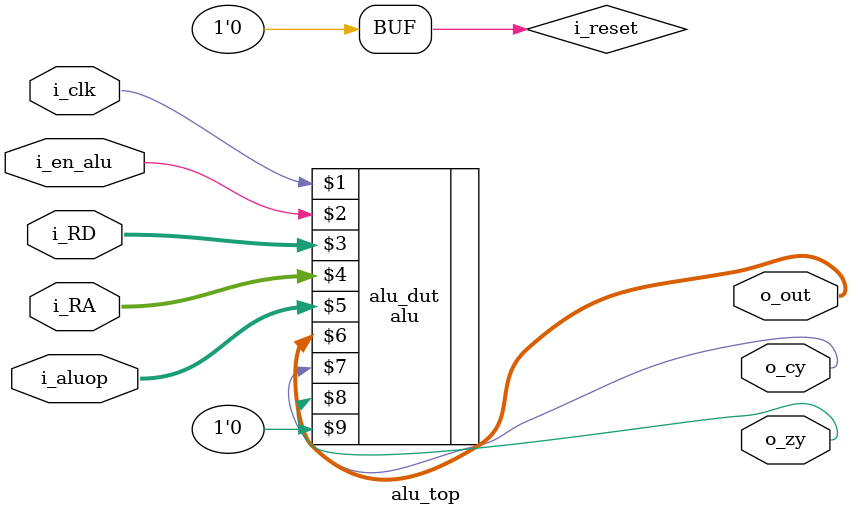
<source format=sv>
module alu_top(i_clk, i_en_alu, i_RD, i_RA, i_aluop, o_out, o_cy, o_zy);

	input i_clk, i_en_alu;
	input [7:0] i_RD;		   // RD 8 bit input 
	input [7:0] i_RA;  	   // RA 8 bit input
	input [4:0] i_aluop;         //alu operation 
	output [7:0] o_out;          //alu operation output
	output o_cy, o_zy;             //carry and zero flag

        reg i_reset;

        alu alu_dut(i_clk, i_en_alu, i_RD, i_RA, i_aluop, o_out, o_cy, o_zy, i_reset);

        initial begin
           $dumpfile("alu_wave.vcd");
           $dumpvars(0, alu_top);
        end

        initial begin
              i_reset = 0;
          #20 i_reset = 1;
          #30 i_reset = 0;
        end

endmodule
</source>
